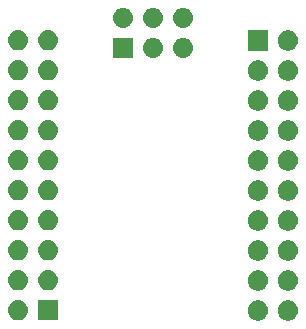
<source format=gbr>
G04 #@! TF.GenerationSoftware,KiCad,Pcbnew,(5.0.2)-1*
G04 #@! TF.CreationDate,2019-09-12T21:25:24+02:00*
G04 #@! TF.ProjectId,Jlink_power_supply,4a6c696e-6b5f-4706-9f77-65725f737570,rev?*
G04 #@! TF.SameCoordinates,Original*
G04 #@! TF.FileFunction,Soldermask,Bot*
G04 #@! TF.FilePolarity,Negative*
%FSLAX46Y46*%
G04 Gerber Fmt 4.6, Leading zero omitted, Abs format (unit mm)*
G04 Created by KiCad (PCBNEW (5.0.2)-1) date 2019-09-12 21:25:24*
%MOMM*%
%LPD*%
G01*
G04 APERTURE LIST*
%ADD10C,0.100000*%
G04 APERTURE END LIST*
D10*
G36*
X139784712Y-118520565D02*
X139869295Y-118528896D01*
X139989727Y-118565429D01*
X140032088Y-118578279D01*
X140182112Y-118658468D01*
X140313612Y-118766388D01*
X140421532Y-118897888D01*
X140501721Y-119047912D01*
X140501722Y-119047916D01*
X140551104Y-119210705D01*
X140567778Y-119380000D01*
X140551104Y-119549295D01*
X140514571Y-119669727D01*
X140501721Y-119712088D01*
X140421532Y-119862112D01*
X140313612Y-119993612D01*
X140182112Y-120101532D01*
X140032088Y-120181721D01*
X139989727Y-120194571D01*
X139869295Y-120231104D01*
X139784712Y-120239435D01*
X139742421Y-120243600D01*
X139657579Y-120243600D01*
X139615288Y-120239435D01*
X139530705Y-120231104D01*
X139410273Y-120194571D01*
X139367912Y-120181721D01*
X139217888Y-120101532D01*
X139086388Y-119993612D01*
X138978468Y-119862112D01*
X138898279Y-119712088D01*
X138885429Y-119669727D01*
X138848896Y-119549295D01*
X138832222Y-119380000D01*
X138848896Y-119210705D01*
X138898278Y-119047916D01*
X138898279Y-119047912D01*
X138978468Y-118897888D01*
X139086388Y-118766388D01*
X139217888Y-118658468D01*
X139367912Y-118578279D01*
X139410273Y-118565429D01*
X139530705Y-118528896D01*
X139615288Y-118520565D01*
X139657579Y-118516400D01*
X139742421Y-118516400D01*
X139784712Y-118520565D01*
X139784712Y-118520565D01*
G37*
G36*
X137244712Y-118520565D02*
X137329295Y-118528896D01*
X137449727Y-118565429D01*
X137492088Y-118578279D01*
X137642112Y-118658468D01*
X137773612Y-118766388D01*
X137881532Y-118897888D01*
X137961721Y-119047912D01*
X137961722Y-119047916D01*
X138011104Y-119210705D01*
X138027778Y-119380000D01*
X138011104Y-119549295D01*
X137974571Y-119669727D01*
X137961721Y-119712088D01*
X137881532Y-119862112D01*
X137773612Y-119993612D01*
X137642112Y-120101532D01*
X137492088Y-120181721D01*
X137449727Y-120194571D01*
X137329295Y-120231104D01*
X137244712Y-120239435D01*
X137202421Y-120243600D01*
X137117579Y-120243600D01*
X137075288Y-120239435D01*
X136990705Y-120231104D01*
X136870273Y-120194571D01*
X136827912Y-120181721D01*
X136677888Y-120101532D01*
X136546388Y-119993612D01*
X136438468Y-119862112D01*
X136358279Y-119712088D01*
X136345429Y-119669727D01*
X136308896Y-119549295D01*
X136292222Y-119380000D01*
X136308896Y-119210705D01*
X136358278Y-119047916D01*
X136358279Y-119047912D01*
X136438468Y-118897888D01*
X136546388Y-118766388D01*
X136677888Y-118658468D01*
X136827912Y-118578279D01*
X136870273Y-118565429D01*
X136990705Y-118528896D01*
X137075288Y-118520565D01*
X137117579Y-118516400D01*
X137202421Y-118516400D01*
X137244712Y-118520565D01*
X137244712Y-118520565D01*
G37*
G36*
X117006630Y-118542299D02*
X117166855Y-118590903D01*
X117314520Y-118669831D01*
X117443949Y-118776051D01*
X117550169Y-118905480D01*
X117629097Y-119053145D01*
X117677701Y-119213370D01*
X117694112Y-119380000D01*
X117677701Y-119546630D01*
X117629097Y-119706855D01*
X117550169Y-119854520D01*
X117443949Y-119983949D01*
X117314520Y-120090169D01*
X117166855Y-120169097D01*
X117006630Y-120217701D01*
X116881752Y-120230000D01*
X116798248Y-120230000D01*
X116673370Y-120217701D01*
X116513145Y-120169097D01*
X116365480Y-120090169D01*
X116236051Y-119983949D01*
X116129831Y-119854520D01*
X116050903Y-119706855D01*
X116002299Y-119546630D01*
X115985888Y-119380000D01*
X116002299Y-119213370D01*
X116050903Y-119053145D01*
X116129831Y-118905480D01*
X116236051Y-118776051D01*
X116365480Y-118669831D01*
X116513145Y-118590903D01*
X116673370Y-118542299D01*
X116798248Y-118530000D01*
X116881752Y-118530000D01*
X117006630Y-118542299D01*
X117006630Y-118542299D01*
G37*
G36*
X120230000Y-120230000D02*
X118530000Y-120230000D01*
X118530000Y-118530000D01*
X120230000Y-118530000D01*
X120230000Y-120230000D01*
X120230000Y-120230000D01*
G37*
G36*
X137244712Y-115980565D02*
X137329295Y-115988896D01*
X137449727Y-116025429D01*
X137492088Y-116038279D01*
X137642112Y-116118468D01*
X137773612Y-116226388D01*
X137881532Y-116357888D01*
X137961721Y-116507912D01*
X137961722Y-116507916D01*
X138011104Y-116670705D01*
X138027778Y-116840000D01*
X138011104Y-117009295D01*
X137974571Y-117129727D01*
X137961721Y-117172088D01*
X137881532Y-117322112D01*
X137773612Y-117453612D01*
X137642112Y-117561532D01*
X137492088Y-117641721D01*
X137449727Y-117654571D01*
X137329295Y-117691104D01*
X137244712Y-117699435D01*
X137202421Y-117703600D01*
X137117579Y-117703600D01*
X137075288Y-117699435D01*
X136990705Y-117691104D01*
X136870273Y-117654571D01*
X136827912Y-117641721D01*
X136677888Y-117561532D01*
X136546388Y-117453612D01*
X136438468Y-117322112D01*
X136358279Y-117172088D01*
X136345429Y-117129727D01*
X136308896Y-117009295D01*
X136292222Y-116840000D01*
X136308896Y-116670705D01*
X136358278Y-116507916D01*
X136358279Y-116507912D01*
X136438468Y-116357888D01*
X136546388Y-116226388D01*
X136677888Y-116118468D01*
X136827912Y-116038279D01*
X136870273Y-116025429D01*
X136990705Y-115988896D01*
X137075288Y-115980565D01*
X137117579Y-115976400D01*
X137202421Y-115976400D01*
X137244712Y-115980565D01*
X137244712Y-115980565D01*
G37*
G36*
X139784712Y-115980565D02*
X139869295Y-115988896D01*
X139989727Y-116025429D01*
X140032088Y-116038279D01*
X140182112Y-116118468D01*
X140313612Y-116226388D01*
X140421532Y-116357888D01*
X140501721Y-116507912D01*
X140501722Y-116507916D01*
X140551104Y-116670705D01*
X140567778Y-116840000D01*
X140551104Y-117009295D01*
X140514571Y-117129727D01*
X140501721Y-117172088D01*
X140421532Y-117322112D01*
X140313612Y-117453612D01*
X140182112Y-117561532D01*
X140032088Y-117641721D01*
X139989727Y-117654571D01*
X139869295Y-117691104D01*
X139784712Y-117699435D01*
X139742421Y-117703600D01*
X139657579Y-117703600D01*
X139615288Y-117699435D01*
X139530705Y-117691104D01*
X139410273Y-117654571D01*
X139367912Y-117641721D01*
X139217888Y-117561532D01*
X139086388Y-117453612D01*
X138978468Y-117322112D01*
X138898279Y-117172088D01*
X138885429Y-117129727D01*
X138848896Y-117009295D01*
X138832222Y-116840000D01*
X138848896Y-116670705D01*
X138898278Y-116507916D01*
X138898279Y-116507912D01*
X138978468Y-116357888D01*
X139086388Y-116226388D01*
X139217888Y-116118468D01*
X139367912Y-116038279D01*
X139410273Y-116025429D01*
X139530705Y-115988896D01*
X139615288Y-115980565D01*
X139657579Y-115976400D01*
X139742421Y-115976400D01*
X139784712Y-115980565D01*
X139784712Y-115980565D01*
G37*
G36*
X117006630Y-116002299D02*
X117166855Y-116050903D01*
X117314520Y-116129831D01*
X117443949Y-116236051D01*
X117550169Y-116365480D01*
X117629097Y-116513145D01*
X117677701Y-116673370D01*
X117694112Y-116840000D01*
X117677701Y-117006630D01*
X117629097Y-117166855D01*
X117550169Y-117314520D01*
X117443949Y-117443949D01*
X117314520Y-117550169D01*
X117166855Y-117629097D01*
X117006630Y-117677701D01*
X116881752Y-117690000D01*
X116798248Y-117690000D01*
X116673370Y-117677701D01*
X116513145Y-117629097D01*
X116365480Y-117550169D01*
X116236051Y-117443949D01*
X116129831Y-117314520D01*
X116050903Y-117166855D01*
X116002299Y-117006630D01*
X115985888Y-116840000D01*
X116002299Y-116673370D01*
X116050903Y-116513145D01*
X116129831Y-116365480D01*
X116236051Y-116236051D01*
X116365480Y-116129831D01*
X116513145Y-116050903D01*
X116673370Y-116002299D01*
X116798248Y-115990000D01*
X116881752Y-115990000D01*
X117006630Y-116002299D01*
X117006630Y-116002299D01*
G37*
G36*
X119546630Y-116002299D02*
X119706855Y-116050903D01*
X119854520Y-116129831D01*
X119983949Y-116236051D01*
X120090169Y-116365480D01*
X120169097Y-116513145D01*
X120217701Y-116673370D01*
X120234112Y-116840000D01*
X120217701Y-117006630D01*
X120169097Y-117166855D01*
X120090169Y-117314520D01*
X119983949Y-117443949D01*
X119854520Y-117550169D01*
X119706855Y-117629097D01*
X119546630Y-117677701D01*
X119421752Y-117690000D01*
X119338248Y-117690000D01*
X119213370Y-117677701D01*
X119053145Y-117629097D01*
X118905480Y-117550169D01*
X118776051Y-117443949D01*
X118669831Y-117314520D01*
X118590903Y-117166855D01*
X118542299Y-117006630D01*
X118525888Y-116840000D01*
X118542299Y-116673370D01*
X118590903Y-116513145D01*
X118669831Y-116365480D01*
X118776051Y-116236051D01*
X118905480Y-116129831D01*
X119053145Y-116050903D01*
X119213370Y-116002299D01*
X119338248Y-115990000D01*
X119421752Y-115990000D01*
X119546630Y-116002299D01*
X119546630Y-116002299D01*
G37*
G36*
X137244712Y-113440565D02*
X137329295Y-113448896D01*
X137449727Y-113485429D01*
X137492088Y-113498279D01*
X137642112Y-113578468D01*
X137773612Y-113686388D01*
X137881532Y-113817888D01*
X137961721Y-113967912D01*
X137961722Y-113967916D01*
X138011104Y-114130705D01*
X138027778Y-114300000D01*
X138011104Y-114469295D01*
X137974571Y-114589727D01*
X137961721Y-114632088D01*
X137881532Y-114782112D01*
X137773612Y-114913612D01*
X137642112Y-115021532D01*
X137492088Y-115101721D01*
X137449727Y-115114571D01*
X137329295Y-115151104D01*
X137244712Y-115159435D01*
X137202421Y-115163600D01*
X137117579Y-115163600D01*
X137075288Y-115159435D01*
X136990705Y-115151104D01*
X136870273Y-115114571D01*
X136827912Y-115101721D01*
X136677888Y-115021532D01*
X136546388Y-114913612D01*
X136438468Y-114782112D01*
X136358279Y-114632088D01*
X136345429Y-114589727D01*
X136308896Y-114469295D01*
X136292222Y-114300000D01*
X136308896Y-114130705D01*
X136358278Y-113967916D01*
X136358279Y-113967912D01*
X136438468Y-113817888D01*
X136546388Y-113686388D01*
X136677888Y-113578468D01*
X136827912Y-113498279D01*
X136870273Y-113485429D01*
X136990705Y-113448896D01*
X137075288Y-113440565D01*
X137117579Y-113436400D01*
X137202421Y-113436400D01*
X137244712Y-113440565D01*
X137244712Y-113440565D01*
G37*
G36*
X139784712Y-113440565D02*
X139869295Y-113448896D01*
X139989727Y-113485429D01*
X140032088Y-113498279D01*
X140182112Y-113578468D01*
X140313612Y-113686388D01*
X140421532Y-113817888D01*
X140501721Y-113967912D01*
X140501722Y-113967916D01*
X140551104Y-114130705D01*
X140567778Y-114300000D01*
X140551104Y-114469295D01*
X140514571Y-114589727D01*
X140501721Y-114632088D01*
X140421532Y-114782112D01*
X140313612Y-114913612D01*
X140182112Y-115021532D01*
X140032088Y-115101721D01*
X139989727Y-115114571D01*
X139869295Y-115151104D01*
X139784712Y-115159435D01*
X139742421Y-115163600D01*
X139657579Y-115163600D01*
X139615288Y-115159435D01*
X139530705Y-115151104D01*
X139410273Y-115114571D01*
X139367912Y-115101721D01*
X139217888Y-115021532D01*
X139086388Y-114913612D01*
X138978468Y-114782112D01*
X138898279Y-114632088D01*
X138885429Y-114589727D01*
X138848896Y-114469295D01*
X138832222Y-114300000D01*
X138848896Y-114130705D01*
X138898278Y-113967916D01*
X138898279Y-113967912D01*
X138978468Y-113817888D01*
X139086388Y-113686388D01*
X139217888Y-113578468D01*
X139367912Y-113498279D01*
X139410273Y-113485429D01*
X139530705Y-113448896D01*
X139615288Y-113440565D01*
X139657579Y-113436400D01*
X139742421Y-113436400D01*
X139784712Y-113440565D01*
X139784712Y-113440565D01*
G37*
G36*
X117006630Y-113462299D02*
X117166855Y-113510903D01*
X117314520Y-113589831D01*
X117443949Y-113696051D01*
X117550169Y-113825480D01*
X117629097Y-113973145D01*
X117677701Y-114133370D01*
X117694112Y-114300000D01*
X117677701Y-114466630D01*
X117629097Y-114626855D01*
X117550169Y-114774520D01*
X117443949Y-114903949D01*
X117314520Y-115010169D01*
X117166855Y-115089097D01*
X117006630Y-115137701D01*
X116881752Y-115150000D01*
X116798248Y-115150000D01*
X116673370Y-115137701D01*
X116513145Y-115089097D01*
X116365480Y-115010169D01*
X116236051Y-114903949D01*
X116129831Y-114774520D01*
X116050903Y-114626855D01*
X116002299Y-114466630D01*
X115985888Y-114300000D01*
X116002299Y-114133370D01*
X116050903Y-113973145D01*
X116129831Y-113825480D01*
X116236051Y-113696051D01*
X116365480Y-113589831D01*
X116513145Y-113510903D01*
X116673370Y-113462299D01*
X116798248Y-113450000D01*
X116881752Y-113450000D01*
X117006630Y-113462299D01*
X117006630Y-113462299D01*
G37*
G36*
X119546630Y-113462299D02*
X119706855Y-113510903D01*
X119854520Y-113589831D01*
X119983949Y-113696051D01*
X120090169Y-113825480D01*
X120169097Y-113973145D01*
X120217701Y-114133370D01*
X120234112Y-114300000D01*
X120217701Y-114466630D01*
X120169097Y-114626855D01*
X120090169Y-114774520D01*
X119983949Y-114903949D01*
X119854520Y-115010169D01*
X119706855Y-115089097D01*
X119546630Y-115137701D01*
X119421752Y-115150000D01*
X119338248Y-115150000D01*
X119213370Y-115137701D01*
X119053145Y-115089097D01*
X118905480Y-115010169D01*
X118776051Y-114903949D01*
X118669831Y-114774520D01*
X118590903Y-114626855D01*
X118542299Y-114466630D01*
X118525888Y-114300000D01*
X118542299Y-114133370D01*
X118590903Y-113973145D01*
X118669831Y-113825480D01*
X118776051Y-113696051D01*
X118905480Y-113589831D01*
X119053145Y-113510903D01*
X119213370Y-113462299D01*
X119338248Y-113450000D01*
X119421752Y-113450000D01*
X119546630Y-113462299D01*
X119546630Y-113462299D01*
G37*
G36*
X137244712Y-110900565D02*
X137329295Y-110908896D01*
X137449727Y-110945429D01*
X137492088Y-110958279D01*
X137642112Y-111038468D01*
X137773612Y-111146388D01*
X137881532Y-111277888D01*
X137961721Y-111427912D01*
X137961722Y-111427916D01*
X138011104Y-111590705D01*
X138027778Y-111760000D01*
X138011104Y-111929295D01*
X137974571Y-112049727D01*
X137961721Y-112092088D01*
X137881532Y-112242112D01*
X137773612Y-112373612D01*
X137642112Y-112481532D01*
X137492088Y-112561721D01*
X137449727Y-112574571D01*
X137329295Y-112611104D01*
X137244712Y-112619435D01*
X137202421Y-112623600D01*
X137117579Y-112623600D01*
X137075288Y-112619435D01*
X136990705Y-112611104D01*
X136870273Y-112574571D01*
X136827912Y-112561721D01*
X136677888Y-112481532D01*
X136546388Y-112373612D01*
X136438468Y-112242112D01*
X136358279Y-112092088D01*
X136345429Y-112049727D01*
X136308896Y-111929295D01*
X136292222Y-111760000D01*
X136308896Y-111590705D01*
X136358278Y-111427916D01*
X136358279Y-111427912D01*
X136438468Y-111277888D01*
X136546388Y-111146388D01*
X136677888Y-111038468D01*
X136827912Y-110958279D01*
X136870273Y-110945429D01*
X136990705Y-110908896D01*
X137075288Y-110900565D01*
X137117579Y-110896400D01*
X137202421Y-110896400D01*
X137244712Y-110900565D01*
X137244712Y-110900565D01*
G37*
G36*
X139784712Y-110900565D02*
X139869295Y-110908896D01*
X139989727Y-110945429D01*
X140032088Y-110958279D01*
X140182112Y-111038468D01*
X140313612Y-111146388D01*
X140421532Y-111277888D01*
X140501721Y-111427912D01*
X140501722Y-111427916D01*
X140551104Y-111590705D01*
X140567778Y-111760000D01*
X140551104Y-111929295D01*
X140514571Y-112049727D01*
X140501721Y-112092088D01*
X140421532Y-112242112D01*
X140313612Y-112373612D01*
X140182112Y-112481532D01*
X140032088Y-112561721D01*
X139989727Y-112574571D01*
X139869295Y-112611104D01*
X139784712Y-112619435D01*
X139742421Y-112623600D01*
X139657579Y-112623600D01*
X139615288Y-112619435D01*
X139530705Y-112611104D01*
X139410273Y-112574571D01*
X139367912Y-112561721D01*
X139217888Y-112481532D01*
X139086388Y-112373612D01*
X138978468Y-112242112D01*
X138898279Y-112092088D01*
X138885429Y-112049727D01*
X138848896Y-111929295D01*
X138832222Y-111760000D01*
X138848896Y-111590705D01*
X138898278Y-111427916D01*
X138898279Y-111427912D01*
X138978468Y-111277888D01*
X139086388Y-111146388D01*
X139217888Y-111038468D01*
X139367912Y-110958279D01*
X139410273Y-110945429D01*
X139530705Y-110908896D01*
X139615288Y-110900565D01*
X139657579Y-110896400D01*
X139742421Y-110896400D01*
X139784712Y-110900565D01*
X139784712Y-110900565D01*
G37*
G36*
X119546630Y-110922299D02*
X119706855Y-110970903D01*
X119854520Y-111049831D01*
X119983949Y-111156051D01*
X120090169Y-111285480D01*
X120169097Y-111433145D01*
X120217701Y-111593370D01*
X120234112Y-111760000D01*
X120217701Y-111926630D01*
X120169097Y-112086855D01*
X120090169Y-112234520D01*
X119983949Y-112363949D01*
X119854520Y-112470169D01*
X119706855Y-112549097D01*
X119546630Y-112597701D01*
X119421752Y-112610000D01*
X119338248Y-112610000D01*
X119213370Y-112597701D01*
X119053145Y-112549097D01*
X118905480Y-112470169D01*
X118776051Y-112363949D01*
X118669831Y-112234520D01*
X118590903Y-112086855D01*
X118542299Y-111926630D01*
X118525888Y-111760000D01*
X118542299Y-111593370D01*
X118590903Y-111433145D01*
X118669831Y-111285480D01*
X118776051Y-111156051D01*
X118905480Y-111049831D01*
X119053145Y-110970903D01*
X119213370Y-110922299D01*
X119338248Y-110910000D01*
X119421752Y-110910000D01*
X119546630Y-110922299D01*
X119546630Y-110922299D01*
G37*
G36*
X117006630Y-110922299D02*
X117166855Y-110970903D01*
X117314520Y-111049831D01*
X117443949Y-111156051D01*
X117550169Y-111285480D01*
X117629097Y-111433145D01*
X117677701Y-111593370D01*
X117694112Y-111760000D01*
X117677701Y-111926630D01*
X117629097Y-112086855D01*
X117550169Y-112234520D01*
X117443949Y-112363949D01*
X117314520Y-112470169D01*
X117166855Y-112549097D01*
X117006630Y-112597701D01*
X116881752Y-112610000D01*
X116798248Y-112610000D01*
X116673370Y-112597701D01*
X116513145Y-112549097D01*
X116365480Y-112470169D01*
X116236051Y-112363949D01*
X116129831Y-112234520D01*
X116050903Y-112086855D01*
X116002299Y-111926630D01*
X115985888Y-111760000D01*
X116002299Y-111593370D01*
X116050903Y-111433145D01*
X116129831Y-111285480D01*
X116236051Y-111156051D01*
X116365480Y-111049831D01*
X116513145Y-110970903D01*
X116673370Y-110922299D01*
X116798248Y-110910000D01*
X116881752Y-110910000D01*
X117006630Y-110922299D01*
X117006630Y-110922299D01*
G37*
G36*
X139784712Y-108360565D02*
X139869295Y-108368896D01*
X139989727Y-108405429D01*
X140032088Y-108418279D01*
X140182112Y-108498468D01*
X140313612Y-108606388D01*
X140421532Y-108737888D01*
X140501721Y-108887912D01*
X140501722Y-108887916D01*
X140551104Y-109050705D01*
X140567778Y-109220000D01*
X140551104Y-109389295D01*
X140514571Y-109509727D01*
X140501721Y-109552088D01*
X140421532Y-109702112D01*
X140313612Y-109833612D01*
X140182112Y-109941532D01*
X140032088Y-110021721D01*
X139989727Y-110034571D01*
X139869295Y-110071104D01*
X139784712Y-110079435D01*
X139742421Y-110083600D01*
X139657579Y-110083600D01*
X139615288Y-110079435D01*
X139530705Y-110071104D01*
X139410273Y-110034571D01*
X139367912Y-110021721D01*
X139217888Y-109941532D01*
X139086388Y-109833612D01*
X138978468Y-109702112D01*
X138898279Y-109552088D01*
X138885429Y-109509727D01*
X138848896Y-109389295D01*
X138832222Y-109220000D01*
X138848896Y-109050705D01*
X138898278Y-108887916D01*
X138898279Y-108887912D01*
X138978468Y-108737888D01*
X139086388Y-108606388D01*
X139217888Y-108498468D01*
X139367912Y-108418279D01*
X139410273Y-108405429D01*
X139530705Y-108368896D01*
X139615288Y-108360565D01*
X139657579Y-108356400D01*
X139742421Y-108356400D01*
X139784712Y-108360565D01*
X139784712Y-108360565D01*
G37*
G36*
X137244712Y-108360565D02*
X137329295Y-108368896D01*
X137449727Y-108405429D01*
X137492088Y-108418279D01*
X137642112Y-108498468D01*
X137773612Y-108606388D01*
X137881532Y-108737888D01*
X137961721Y-108887912D01*
X137961722Y-108887916D01*
X138011104Y-109050705D01*
X138027778Y-109220000D01*
X138011104Y-109389295D01*
X137974571Y-109509727D01*
X137961721Y-109552088D01*
X137881532Y-109702112D01*
X137773612Y-109833612D01*
X137642112Y-109941532D01*
X137492088Y-110021721D01*
X137449727Y-110034571D01*
X137329295Y-110071104D01*
X137244712Y-110079435D01*
X137202421Y-110083600D01*
X137117579Y-110083600D01*
X137075288Y-110079435D01*
X136990705Y-110071104D01*
X136870273Y-110034571D01*
X136827912Y-110021721D01*
X136677888Y-109941532D01*
X136546388Y-109833612D01*
X136438468Y-109702112D01*
X136358279Y-109552088D01*
X136345429Y-109509727D01*
X136308896Y-109389295D01*
X136292222Y-109220000D01*
X136308896Y-109050705D01*
X136358278Y-108887916D01*
X136358279Y-108887912D01*
X136438468Y-108737888D01*
X136546388Y-108606388D01*
X136677888Y-108498468D01*
X136827912Y-108418279D01*
X136870273Y-108405429D01*
X136990705Y-108368896D01*
X137075288Y-108360565D01*
X137117579Y-108356400D01*
X137202421Y-108356400D01*
X137244712Y-108360565D01*
X137244712Y-108360565D01*
G37*
G36*
X117006630Y-108382299D02*
X117166855Y-108430903D01*
X117314520Y-108509831D01*
X117443949Y-108616051D01*
X117550169Y-108745480D01*
X117629097Y-108893145D01*
X117677701Y-109053370D01*
X117694112Y-109220000D01*
X117677701Y-109386630D01*
X117629097Y-109546855D01*
X117550169Y-109694520D01*
X117443949Y-109823949D01*
X117314520Y-109930169D01*
X117166855Y-110009097D01*
X117006630Y-110057701D01*
X116881752Y-110070000D01*
X116798248Y-110070000D01*
X116673370Y-110057701D01*
X116513145Y-110009097D01*
X116365480Y-109930169D01*
X116236051Y-109823949D01*
X116129831Y-109694520D01*
X116050903Y-109546855D01*
X116002299Y-109386630D01*
X115985888Y-109220000D01*
X116002299Y-109053370D01*
X116050903Y-108893145D01*
X116129831Y-108745480D01*
X116236051Y-108616051D01*
X116365480Y-108509831D01*
X116513145Y-108430903D01*
X116673370Y-108382299D01*
X116798248Y-108370000D01*
X116881752Y-108370000D01*
X117006630Y-108382299D01*
X117006630Y-108382299D01*
G37*
G36*
X119546630Y-108382299D02*
X119706855Y-108430903D01*
X119854520Y-108509831D01*
X119983949Y-108616051D01*
X120090169Y-108745480D01*
X120169097Y-108893145D01*
X120217701Y-109053370D01*
X120234112Y-109220000D01*
X120217701Y-109386630D01*
X120169097Y-109546855D01*
X120090169Y-109694520D01*
X119983949Y-109823949D01*
X119854520Y-109930169D01*
X119706855Y-110009097D01*
X119546630Y-110057701D01*
X119421752Y-110070000D01*
X119338248Y-110070000D01*
X119213370Y-110057701D01*
X119053145Y-110009097D01*
X118905480Y-109930169D01*
X118776051Y-109823949D01*
X118669831Y-109694520D01*
X118590903Y-109546855D01*
X118542299Y-109386630D01*
X118525888Y-109220000D01*
X118542299Y-109053370D01*
X118590903Y-108893145D01*
X118669831Y-108745480D01*
X118776051Y-108616051D01*
X118905480Y-108509831D01*
X119053145Y-108430903D01*
X119213370Y-108382299D01*
X119338248Y-108370000D01*
X119421752Y-108370000D01*
X119546630Y-108382299D01*
X119546630Y-108382299D01*
G37*
G36*
X139784712Y-105820565D02*
X139869295Y-105828896D01*
X139989727Y-105865429D01*
X140032088Y-105878279D01*
X140182112Y-105958468D01*
X140313612Y-106066388D01*
X140421532Y-106197888D01*
X140501721Y-106347912D01*
X140501722Y-106347916D01*
X140551104Y-106510705D01*
X140567778Y-106680000D01*
X140551104Y-106849295D01*
X140514571Y-106969727D01*
X140501721Y-107012088D01*
X140421532Y-107162112D01*
X140313612Y-107293612D01*
X140182112Y-107401532D01*
X140032088Y-107481721D01*
X139989727Y-107494571D01*
X139869295Y-107531104D01*
X139784712Y-107539435D01*
X139742421Y-107543600D01*
X139657579Y-107543600D01*
X139615288Y-107539435D01*
X139530705Y-107531104D01*
X139410273Y-107494571D01*
X139367912Y-107481721D01*
X139217888Y-107401532D01*
X139086388Y-107293612D01*
X138978468Y-107162112D01*
X138898279Y-107012088D01*
X138885429Y-106969727D01*
X138848896Y-106849295D01*
X138832222Y-106680000D01*
X138848896Y-106510705D01*
X138898278Y-106347916D01*
X138898279Y-106347912D01*
X138978468Y-106197888D01*
X139086388Y-106066388D01*
X139217888Y-105958468D01*
X139367912Y-105878279D01*
X139410273Y-105865429D01*
X139530705Y-105828896D01*
X139615288Y-105820565D01*
X139657579Y-105816400D01*
X139742421Y-105816400D01*
X139784712Y-105820565D01*
X139784712Y-105820565D01*
G37*
G36*
X137244712Y-105820565D02*
X137329295Y-105828896D01*
X137449727Y-105865429D01*
X137492088Y-105878279D01*
X137642112Y-105958468D01*
X137773612Y-106066388D01*
X137881532Y-106197888D01*
X137961721Y-106347912D01*
X137961722Y-106347916D01*
X138011104Y-106510705D01*
X138027778Y-106680000D01*
X138011104Y-106849295D01*
X137974571Y-106969727D01*
X137961721Y-107012088D01*
X137881532Y-107162112D01*
X137773612Y-107293612D01*
X137642112Y-107401532D01*
X137492088Y-107481721D01*
X137449727Y-107494571D01*
X137329295Y-107531104D01*
X137244712Y-107539435D01*
X137202421Y-107543600D01*
X137117579Y-107543600D01*
X137075288Y-107539435D01*
X136990705Y-107531104D01*
X136870273Y-107494571D01*
X136827912Y-107481721D01*
X136677888Y-107401532D01*
X136546388Y-107293612D01*
X136438468Y-107162112D01*
X136358279Y-107012088D01*
X136345429Y-106969727D01*
X136308896Y-106849295D01*
X136292222Y-106680000D01*
X136308896Y-106510705D01*
X136358278Y-106347916D01*
X136358279Y-106347912D01*
X136438468Y-106197888D01*
X136546388Y-106066388D01*
X136677888Y-105958468D01*
X136827912Y-105878279D01*
X136870273Y-105865429D01*
X136990705Y-105828896D01*
X137075288Y-105820565D01*
X137117579Y-105816400D01*
X137202421Y-105816400D01*
X137244712Y-105820565D01*
X137244712Y-105820565D01*
G37*
G36*
X119546630Y-105842299D02*
X119706855Y-105890903D01*
X119854520Y-105969831D01*
X119983949Y-106076051D01*
X120090169Y-106205480D01*
X120169097Y-106353145D01*
X120217701Y-106513370D01*
X120234112Y-106680000D01*
X120217701Y-106846630D01*
X120169097Y-107006855D01*
X120090169Y-107154520D01*
X119983949Y-107283949D01*
X119854520Y-107390169D01*
X119706855Y-107469097D01*
X119546630Y-107517701D01*
X119421752Y-107530000D01*
X119338248Y-107530000D01*
X119213370Y-107517701D01*
X119053145Y-107469097D01*
X118905480Y-107390169D01*
X118776051Y-107283949D01*
X118669831Y-107154520D01*
X118590903Y-107006855D01*
X118542299Y-106846630D01*
X118525888Y-106680000D01*
X118542299Y-106513370D01*
X118590903Y-106353145D01*
X118669831Y-106205480D01*
X118776051Y-106076051D01*
X118905480Y-105969831D01*
X119053145Y-105890903D01*
X119213370Y-105842299D01*
X119338248Y-105830000D01*
X119421752Y-105830000D01*
X119546630Y-105842299D01*
X119546630Y-105842299D01*
G37*
G36*
X117006630Y-105842299D02*
X117166855Y-105890903D01*
X117314520Y-105969831D01*
X117443949Y-106076051D01*
X117550169Y-106205480D01*
X117629097Y-106353145D01*
X117677701Y-106513370D01*
X117694112Y-106680000D01*
X117677701Y-106846630D01*
X117629097Y-107006855D01*
X117550169Y-107154520D01*
X117443949Y-107283949D01*
X117314520Y-107390169D01*
X117166855Y-107469097D01*
X117006630Y-107517701D01*
X116881752Y-107530000D01*
X116798248Y-107530000D01*
X116673370Y-107517701D01*
X116513145Y-107469097D01*
X116365480Y-107390169D01*
X116236051Y-107283949D01*
X116129831Y-107154520D01*
X116050903Y-107006855D01*
X116002299Y-106846630D01*
X115985888Y-106680000D01*
X116002299Y-106513370D01*
X116050903Y-106353145D01*
X116129831Y-106205480D01*
X116236051Y-106076051D01*
X116365480Y-105969831D01*
X116513145Y-105890903D01*
X116673370Y-105842299D01*
X116798248Y-105830000D01*
X116881752Y-105830000D01*
X117006630Y-105842299D01*
X117006630Y-105842299D01*
G37*
G36*
X139784712Y-103280565D02*
X139869295Y-103288896D01*
X139989727Y-103325429D01*
X140032088Y-103338279D01*
X140182112Y-103418468D01*
X140313612Y-103526388D01*
X140421532Y-103657888D01*
X140501721Y-103807912D01*
X140501722Y-103807916D01*
X140551104Y-103970705D01*
X140567778Y-104140000D01*
X140551104Y-104309295D01*
X140514571Y-104429727D01*
X140501721Y-104472088D01*
X140421532Y-104622112D01*
X140313612Y-104753612D01*
X140182112Y-104861532D01*
X140032088Y-104941721D01*
X139989727Y-104954571D01*
X139869295Y-104991104D01*
X139784712Y-104999435D01*
X139742421Y-105003600D01*
X139657579Y-105003600D01*
X139615288Y-104999435D01*
X139530705Y-104991104D01*
X139410273Y-104954571D01*
X139367912Y-104941721D01*
X139217888Y-104861532D01*
X139086388Y-104753612D01*
X138978468Y-104622112D01*
X138898279Y-104472088D01*
X138885429Y-104429727D01*
X138848896Y-104309295D01*
X138832222Y-104140000D01*
X138848896Y-103970705D01*
X138898278Y-103807916D01*
X138898279Y-103807912D01*
X138978468Y-103657888D01*
X139086388Y-103526388D01*
X139217888Y-103418468D01*
X139367912Y-103338279D01*
X139410273Y-103325429D01*
X139530705Y-103288896D01*
X139615288Y-103280565D01*
X139657579Y-103276400D01*
X139742421Y-103276400D01*
X139784712Y-103280565D01*
X139784712Y-103280565D01*
G37*
G36*
X137244712Y-103280565D02*
X137329295Y-103288896D01*
X137449727Y-103325429D01*
X137492088Y-103338279D01*
X137642112Y-103418468D01*
X137773612Y-103526388D01*
X137881532Y-103657888D01*
X137961721Y-103807912D01*
X137961722Y-103807916D01*
X138011104Y-103970705D01*
X138027778Y-104140000D01*
X138011104Y-104309295D01*
X137974571Y-104429727D01*
X137961721Y-104472088D01*
X137881532Y-104622112D01*
X137773612Y-104753612D01*
X137642112Y-104861532D01*
X137492088Y-104941721D01*
X137449727Y-104954571D01*
X137329295Y-104991104D01*
X137244712Y-104999435D01*
X137202421Y-105003600D01*
X137117579Y-105003600D01*
X137075288Y-104999435D01*
X136990705Y-104991104D01*
X136870273Y-104954571D01*
X136827912Y-104941721D01*
X136677888Y-104861532D01*
X136546388Y-104753612D01*
X136438468Y-104622112D01*
X136358279Y-104472088D01*
X136345429Y-104429727D01*
X136308896Y-104309295D01*
X136292222Y-104140000D01*
X136308896Y-103970705D01*
X136358278Y-103807916D01*
X136358279Y-103807912D01*
X136438468Y-103657888D01*
X136546388Y-103526388D01*
X136677888Y-103418468D01*
X136827912Y-103338279D01*
X136870273Y-103325429D01*
X136990705Y-103288896D01*
X137075288Y-103280565D01*
X137117579Y-103276400D01*
X137202421Y-103276400D01*
X137244712Y-103280565D01*
X137244712Y-103280565D01*
G37*
G36*
X117006630Y-103302299D02*
X117166855Y-103350903D01*
X117314520Y-103429831D01*
X117443949Y-103536051D01*
X117550169Y-103665480D01*
X117629097Y-103813145D01*
X117677701Y-103973370D01*
X117694112Y-104140000D01*
X117677701Y-104306630D01*
X117629097Y-104466855D01*
X117550169Y-104614520D01*
X117443949Y-104743949D01*
X117314520Y-104850169D01*
X117166855Y-104929097D01*
X117006630Y-104977701D01*
X116881752Y-104990000D01*
X116798248Y-104990000D01*
X116673370Y-104977701D01*
X116513145Y-104929097D01*
X116365480Y-104850169D01*
X116236051Y-104743949D01*
X116129831Y-104614520D01*
X116050903Y-104466855D01*
X116002299Y-104306630D01*
X115985888Y-104140000D01*
X116002299Y-103973370D01*
X116050903Y-103813145D01*
X116129831Y-103665480D01*
X116236051Y-103536051D01*
X116365480Y-103429831D01*
X116513145Y-103350903D01*
X116673370Y-103302299D01*
X116798248Y-103290000D01*
X116881752Y-103290000D01*
X117006630Y-103302299D01*
X117006630Y-103302299D01*
G37*
G36*
X119546630Y-103302299D02*
X119706855Y-103350903D01*
X119854520Y-103429831D01*
X119983949Y-103536051D01*
X120090169Y-103665480D01*
X120169097Y-103813145D01*
X120217701Y-103973370D01*
X120234112Y-104140000D01*
X120217701Y-104306630D01*
X120169097Y-104466855D01*
X120090169Y-104614520D01*
X119983949Y-104743949D01*
X119854520Y-104850169D01*
X119706855Y-104929097D01*
X119546630Y-104977701D01*
X119421752Y-104990000D01*
X119338248Y-104990000D01*
X119213370Y-104977701D01*
X119053145Y-104929097D01*
X118905480Y-104850169D01*
X118776051Y-104743949D01*
X118669831Y-104614520D01*
X118590903Y-104466855D01*
X118542299Y-104306630D01*
X118525888Y-104140000D01*
X118542299Y-103973370D01*
X118590903Y-103813145D01*
X118669831Y-103665480D01*
X118776051Y-103536051D01*
X118905480Y-103429831D01*
X119053145Y-103350903D01*
X119213370Y-103302299D01*
X119338248Y-103290000D01*
X119421752Y-103290000D01*
X119546630Y-103302299D01*
X119546630Y-103302299D01*
G37*
G36*
X137244712Y-100740565D02*
X137329295Y-100748896D01*
X137449727Y-100785429D01*
X137492088Y-100798279D01*
X137642112Y-100878468D01*
X137773612Y-100986388D01*
X137881532Y-101117888D01*
X137961721Y-101267912D01*
X137961722Y-101267916D01*
X138011104Y-101430705D01*
X138027778Y-101600000D01*
X138011104Y-101769295D01*
X137974571Y-101889727D01*
X137961721Y-101932088D01*
X137881532Y-102082112D01*
X137773612Y-102213612D01*
X137642112Y-102321532D01*
X137492088Y-102401721D01*
X137449727Y-102414571D01*
X137329295Y-102451104D01*
X137244712Y-102459435D01*
X137202421Y-102463600D01*
X137117579Y-102463600D01*
X137075288Y-102459435D01*
X136990705Y-102451104D01*
X136870273Y-102414571D01*
X136827912Y-102401721D01*
X136677888Y-102321532D01*
X136546388Y-102213612D01*
X136438468Y-102082112D01*
X136358279Y-101932088D01*
X136345429Y-101889727D01*
X136308896Y-101769295D01*
X136292222Y-101600000D01*
X136308896Y-101430705D01*
X136358278Y-101267916D01*
X136358279Y-101267912D01*
X136438468Y-101117888D01*
X136546388Y-100986388D01*
X136677888Y-100878468D01*
X136827912Y-100798279D01*
X136870273Y-100785429D01*
X136990705Y-100748896D01*
X137075288Y-100740565D01*
X137117579Y-100736400D01*
X137202421Y-100736400D01*
X137244712Y-100740565D01*
X137244712Y-100740565D01*
G37*
G36*
X139784712Y-100740565D02*
X139869295Y-100748896D01*
X139989727Y-100785429D01*
X140032088Y-100798279D01*
X140182112Y-100878468D01*
X140313612Y-100986388D01*
X140421532Y-101117888D01*
X140501721Y-101267912D01*
X140501722Y-101267916D01*
X140551104Y-101430705D01*
X140567778Y-101600000D01*
X140551104Y-101769295D01*
X140514571Y-101889727D01*
X140501721Y-101932088D01*
X140421532Y-102082112D01*
X140313612Y-102213612D01*
X140182112Y-102321532D01*
X140032088Y-102401721D01*
X139989727Y-102414571D01*
X139869295Y-102451104D01*
X139784712Y-102459435D01*
X139742421Y-102463600D01*
X139657579Y-102463600D01*
X139615288Y-102459435D01*
X139530705Y-102451104D01*
X139410273Y-102414571D01*
X139367912Y-102401721D01*
X139217888Y-102321532D01*
X139086388Y-102213612D01*
X138978468Y-102082112D01*
X138898279Y-101932088D01*
X138885429Y-101889727D01*
X138848896Y-101769295D01*
X138832222Y-101600000D01*
X138848896Y-101430705D01*
X138898278Y-101267916D01*
X138898279Y-101267912D01*
X138978468Y-101117888D01*
X139086388Y-100986388D01*
X139217888Y-100878468D01*
X139367912Y-100798279D01*
X139410273Y-100785429D01*
X139530705Y-100748896D01*
X139615288Y-100740565D01*
X139657579Y-100736400D01*
X139742421Y-100736400D01*
X139784712Y-100740565D01*
X139784712Y-100740565D01*
G37*
G36*
X119546630Y-100762299D02*
X119706855Y-100810903D01*
X119854520Y-100889831D01*
X119983949Y-100996051D01*
X120090169Y-101125480D01*
X120169097Y-101273145D01*
X120217701Y-101433370D01*
X120234112Y-101600000D01*
X120217701Y-101766630D01*
X120169097Y-101926855D01*
X120090169Y-102074520D01*
X119983949Y-102203949D01*
X119854520Y-102310169D01*
X119706855Y-102389097D01*
X119546630Y-102437701D01*
X119421752Y-102450000D01*
X119338248Y-102450000D01*
X119213370Y-102437701D01*
X119053145Y-102389097D01*
X118905480Y-102310169D01*
X118776051Y-102203949D01*
X118669831Y-102074520D01*
X118590903Y-101926855D01*
X118542299Y-101766630D01*
X118525888Y-101600000D01*
X118542299Y-101433370D01*
X118590903Y-101273145D01*
X118669831Y-101125480D01*
X118776051Y-100996051D01*
X118905480Y-100889831D01*
X119053145Y-100810903D01*
X119213370Y-100762299D01*
X119338248Y-100750000D01*
X119421752Y-100750000D01*
X119546630Y-100762299D01*
X119546630Y-100762299D01*
G37*
G36*
X117006630Y-100762299D02*
X117166855Y-100810903D01*
X117314520Y-100889831D01*
X117443949Y-100996051D01*
X117550169Y-101125480D01*
X117629097Y-101273145D01*
X117677701Y-101433370D01*
X117694112Y-101600000D01*
X117677701Y-101766630D01*
X117629097Y-101926855D01*
X117550169Y-102074520D01*
X117443949Y-102203949D01*
X117314520Y-102310169D01*
X117166855Y-102389097D01*
X117006630Y-102437701D01*
X116881752Y-102450000D01*
X116798248Y-102450000D01*
X116673370Y-102437701D01*
X116513145Y-102389097D01*
X116365480Y-102310169D01*
X116236051Y-102203949D01*
X116129831Y-102074520D01*
X116050903Y-101926855D01*
X116002299Y-101766630D01*
X115985888Y-101600000D01*
X116002299Y-101433370D01*
X116050903Y-101273145D01*
X116129831Y-101125480D01*
X116236051Y-100996051D01*
X116365480Y-100889831D01*
X116513145Y-100810903D01*
X116673370Y-100762299D01*
X116798248Y-100750000D01*
X116881752Y-100750000D01*
X117006630Y-100762299D01*
X117006630Y-100762299D01*
G37*
G36*
X139784712Y-98200565D02*
X139869295Y-98208896D01*
X139989727Y-98245429D01*
X140032088Y-98258279D01*
X140182112Y-98338468D01*
X140313612Y-98446388D01*
X140421532Y-98577888D01*
X140501721Y-98727912D01*
X140501722Y-98727916D01*
X140551104Y-98890705D01*
X140567778Y-99060000D01*
X140551104Y-99229295D01*
X140514571Y-99349727D01*
X140501721Y-99392088D01*
X140421532Y-99542112D01*
X140313612Y-99673612D01*
X140182112Y-99781532D01*
X140032088Y-99861721D01*
X139989727Y-99874571D01*
X139869295Y-99911104D01*
X139784712Y-99919435D01*
X139742421Y-99923600D01*
X139657579Y-99923600D01*
X139615288Y-99919435D01*
X139530705Y-99911104D01*
X139410273Y-99874571D01*
X139367912Y-99861721D01*
X139217888Y-99781532D01*
X139086388Y-99673612D01*
X138978468Y-99542112D01*
X138898279Y-99392088D01*
X138885429Y-99349727D01*
X138848896Y-99229295D01*
X138832222Y-99060000D01*
X138848896Y-98890705D01*
X138898278Y-98727916D01*
X138898279Y-98727912D01*
X138978468Y-98577888D01*
X139086388Y-98446388D01*
X139217888Y-98338468D01*
X139367912Y-98258279D01*
X139410273Y-98245429D01*
X139530705Y-98208896D01*
X139615288Y-98200565D01*
X139657579Y-98196400D01*
X139742421Y-98196400D01*
X139784712Y-98200565D01*
X139784712Y-98200565D01*
G37*
G36*
X137244712Y-98200565D02*
X137329295Y-98208896D01*
X137449727Y-98245429D01*
X137492088Y-98258279D01*
X137642112Y-98338468D01*
X137773612Y-98446388D01*
X137881532Y-98577888D01*
X137961721Y-98727912D01*
X137961722Y-98727916D01*
X138011104Y-98890705D01*
X138027778Y-99060000D01*
X138011104Y-99229295D01*
X137974571Y-99349727D01*
X137961721Y-99392088D01*
X137881532Y-99542112D01*
X137773612Y-99673612D01*
X137642112Y-99781532D01*
X137492088Y-99861721D01*
X137449727Y-99874571D01*
X137329295Y-99911104D01*
X137244712Y-99919435D01*
X137202421Y-99923600D01*
X137117579Y-99923600D01*
X137075288Y-99919435D01*
X136990705Y-99911104D01*
X136870273Y-99874571D01*
X136827912Y-99861721D01*
X136677888Y-99781532D01*
X136546388Y-99673612D01*
X136438468Y-99542112D01*
X136358279Y-99392088D01*
X136345429Y-99349727D01*
X136308896Y-99229295D01*
X136292222Y-99060000D01*
X136308896Y-98890705D01*
X136358278Y-98727916D01*
X136358279Y-98727912D01*
X136438468Y-98577888D01*
X136546388Y-98446388D01*
X136677888Y-98338468D01*
X136827912Y-98258279D01*
X136870273Y-98245429D01*
X136990705Y-98208896D01*
X137075288Y-98200565D01*
X137117579Y-98196400D01*
X137202421Y-98196400D01*
X137244712Y-98200565D01*
X137244712Y-98200565D01*
G37*
G36*
X117006630Y-98222299D02*
X117166855Y-98270903D01*
X117314520Y-98349831D01*
X117443949Y-98456051D01*
X117550169Y-98585480D01*
X117629097Y-98733145D01*
X117677701Y-98893370D01*
X117694112Y-99060000D01*
X117677701Y-99226630D01*
X117629097Y-99386855D01*
X117550169Y-99534520D01*
X117443949Y-99663949D01*
X117314520Y-99770169D01*
X117166855Y-99849097D01*
X117006630Y-99897701D01*
X116881752Y-99910000D01*
X116798248Y-99910000D01*
X116673370Y-99897701D01*
X116513145Y-99849097D01*
X116365480Y-99770169D01*
X116236051Y-99663949D01*
X116129831Y-99534520D01*
X116050903Y-99386855D01*
X116002299Y-99226630D01*
X115985888Y-99060000D01*
X116002299Y-98893370D01*
X116050903Y-98733145D01*
X116129831Y-98585480D01*
X116236051Y-98456051D01*
X116365480Y-98349831D01*
X116513145Y-98270903D01*
X116673370Y-98222299D01*
X116798248Y-98210000D01*
X116881752Y-98210000D01*
X117006630Y-98222299D01*
X117006630Y-98222299D01*
G37*
G36*
X119546630Y-98222299D02*
X119706855Y-98270903D01*
X119854520Y-98349831D01*
X119983949Y-98456051D01*
X120090169Y-98585480D01*
X120169097Y-98733145D01*
X120217701Y-98893370D01*
X120234112Y-99060000D01*
X120217701Y-99226630D01*
X120169097Y-99386855D01*
X120090169Y-99534520D01*
X119983949Y-99663949D01*
X119854520Y-99770169D01*
X119706855Y-99849097D01*
X119546630Y-99897701D01*
X119421752Y-99910000D01*
X119338248Y-99910000D01*
X119213370Y-99897701D01*
X119053145Y-99849097D01*
X118905480Y-99770169D01*
X118776051Y-99663949D01*
X118669831Y-99534520D01*
X118590903Y-99386855D01*
X118542299Y-99226630D01*
X118525888Y-99060000D01*
X118542299Y-98893370D01*
X118590903Y-98733145D01*
X118669831Y-98585480D01*
X118776051Y-98456051D01*
X118905480Y-98349831D01*
X119053145Y-98270903D01*
X119213370Y-98222299D01*
X119338248Y-98210000D01*
X119421752Y-98210000D01*
X119546630Y-98222299D01*
X119546630Y-98222299D01*
G37*
G36*
X130976630Y-96317299D02*
X131136855Y-96365903D01*
X131284520Y-96444831D01*
X131413949Y-96551051D01*
X131520169Y-96680480D01*
X131599097Y-96828145D01*
X131647701Y-96988370D01*
X131664112Y-97155000D01*
X131647701Y-97321630D01*
X131599097Y-97481855D01*
X131520169Y-97629520D01*
X131413949Y-97758949D01*
X131284520Y-97865169D01*
X131136855Y-97944097D01*
X130976630Y-97992701D01*
X130851752Y-98005000D01*
X130768248Y-98005000D01*
X130643370Y-97992701D01*
X130483145Y-97944097D01*
X130335480Y-97865169D01*
X130206051Y-97758949D01*
X130099831Y-97629520D01*
X130020903Y-97481855D01*
X129972299Y-97321630D01*
X129955888Y-97155000D01*
X129972299Y-96988370D01*
X130020903Y-96828145D01*
X130099831Y-96680480D01*
X130206051Y-96551051D01*
X130335480Y-96444831D01*
X130483145Y-96365903D01*
X130643370Y-96317299D01*
X130768248Y-96305000D01*
X130851752Y-96305000D01*
X130976630Y-96317299D01*
X130976630Y-96317299D01*
G37*
G36*
X126580000Y-98005000D02*
X124880000Y-98005000D01*
X124880000Y-96305000D01*
X126580000Y-96305000D01*
X126580000Y-98005000D01*
X126580000Y-98005000D01*
G37*
G36*
X128436630Y-96317299D02*
X128596855Y-96365903D01*
X128744520Y-96444831D01*
X128873949Y-96551051D01*
X128980169Y-96680480D01*
X129059097Y-96828145D01*
X129107701Y-96988370D01*
X129124112Y-97155000D01*
X129107701Y-97321630D01*
X129059097Y-97481855D01*
X128980169Y-97629520D01*
X128873949Y-97758949D01*
X128744520Y-97865169D01*
X128596855Y-97944097D01*
X128436630Y-97992701D01*
X128311752Y-98005000D01*
X128228248Y-98005000D01*
X128103370Y-97992701D01*
X127943145Y-97944097D01*
X127795480Y-97865169D01*
X127666051Y-97758949D01*
X127559831Y-97629520D01*
X127480903Y-97481855D01*
X127432299Y-97321630D01*
X127415888Y-97155000D01*
X127432299Y-96988370D01*
X127480903Y-96828145D01*
X127559831Y-96680480D01*
X127666051Y-96551051D01*
X127795480Y-96444831D01*
X127943145Y-96365903D01*
X128103370Y-96317299D01*
X128228248Y-96305000D01*
X128311752Y-96305000D01*
X128436630Y-96317299D01*
X128436630Y-96317299D01*
G37*
G36*
X138023600Y-97383600D02*
X136296400Y-97383600D01*
X136296400Y-95656400D01*
X138023600Y-95656400D01*
X138023600Y-97383600D01*
X138023600Y-97383600D01*
G37*
G36*
X139784712Y-95660565D02*
X139869295Y-95668896D01*
X139989727Y-95705429D01*
X140032088Y-95718279D01*
X140182112Y-95798468D01*
X140313612Y-95906388D01*
X140421532Y-96037888D01*
X140501721Y-96187912D01*
X140501722Y-96187916D01*
X140551104Y-96350705D01*
X140567778Y-96520000D01*
X140551104Y-96689295D01*
X140514571Y-96809727D01*
X140501721Y-96852088D01*
X140421532Y-97002112D01*
X140313612Y-97133612D01*
X140182112Y-97241532D01*
X140032088Y-97321721D01*
X139989727Y-97334571D01*
X139869295Y-97371104D01*
X139784712Y-97379435D01*
X139742421Y-97383600D01*
X139657579Y-97383600D01*
X139615288Y-97379435D01*
X139530705Y-97371104D01*
X139410273Y-97334571D01*
X139367912Y-97321721D01*
X139217888Y-97241532D01*
X139086388Y-97133612D01*
X138978468Y-97002112D01*
X138898279Y-96852088D01*
X138885429Y-96809727D01*
X138848896Y-96689295D01*
X138832222Y-96520000D01*
X138848896Y-96350705D01*
X138898278Y-96187916D01*
X138898279Y-96187912D01*
X138978468Y-96037888D01*
X139086388Y-95906388D01*
X139217888Y-95798468D01*
X139367912Y-95718279D01*
X139410273Y-95705429D01*
X139530705Y-95668896D01*
X139615288Y-95660565D01*
X139657579Y-95656400D01*
X139742421Y-95656400D01*
X139784712Y-95660565D01*
X139784712Y-95660565D01*
G37*
G36*
X117006630Y-95682299D02*
X117166855Y-95730903D01*
X117314520Y-95809831D01*
X117443949Y-95916051D01*
X117550169Y-96045480D01*
X117629097Y-96193145D01*
X117677701Y-96353370D01*
X117694112Y-96520000D01*
X117677701Y-96686630D01*
X117629097Y-96846855D01*
X117550169Y-96994520D01*
X117443949Y-97123949D01*
X117314520Y-97230169D01*
X117166855Y-97309097D01*
X117006630Y-97357701D01*
X116881752Y-97370000D01*
X116798248Y-97370000D01*
X116673370Y-97357701D01*
X116513145Y-97309097D01*
X116365480Y-97230169D01*
X116236051Y-97123949D01*
X116129831Y-96994520D01*
X116050903Y-96846855D01*
X116002299Y-96686630D01*
X115985888Y-96520000D01*
X116002299Y-96353370D01*
X116050903Y-96193145D01*
X116129831Y-96045480D01*
X116236051Y-95916051D01*
X116365480Y-95809831D01*
X116513145Y-95730903D01*
X116673370Y-95682299D01*
X116798248Y-95670000D01*
X116881752Y-95670000D01*
X117006630Y-95682299D01*
X117006630Y-95682299D01*
G37*
G36*
X119546630Y-95682299D02*
X119706855Y-95730903D01*
X119854520Y-95809831D01*
X119983949Y-95916051D01*
X120090169Y-96045480D01*
X120169097Y-96193145D01*
X120217701Y-96353370D01*
X120234112Y-96520000D01*
X120217701Y-96686630D01*
X120169097Y-96846855D01*
X120090169Y-96994520D01*
X119983949Y-97123949D01*
X119854520Y-97230169D01*
X119706855Y-97309097D01*
X119546630Y-97357701D01*
X119421752Y-97370000D01*
X119338248Y-97370000D01*
X119213370Y-97357701D01*
X119053145Y-97309097D01*
X118905480Y-97230169D01*
X118776051Y-97123949D01*
X118669831Y-96994520D01*
X118590903Y-96846855D01*
X118542299Y-96686630D01*
X118525888Y-96520000D01*
X118542299Y-96353370D01*
X118590903Y-96193145D01*
X118669831Y-96045480D01*
X118776051Y-95916051D01*
X118905480Y-95809831D01*
X119053145Y-95730903D01*
X119213370Y-95682299D01*
X119338248Y-95670000D01*
X119421752Y-95670000D01*
X119546630Y-95682299D01*
X119546630Y-95682299D01*
G37*
G36*
X125896630Y-93777299D02*
X126056855Y-93825903D01*
X126204520Y-93904831D01*
X126333949Y-94011051D01*
X126440169Y-94140480D01*
X126519097Y-94288145D01*
X126567701Y-94448370D01*
X126584112Y-94615000D01*
X126567701Y-94781630D01*
X126519097Y-94941855D01*
X126440169Y-95089520D01*
X126333949Y-95218949D01*
X126204520Y-95325169D01*
X126056855Y-95404097D01*
X125896630Y-95452701D01*
X125771752Y-95465000D01*
X125688248Y-95465000D01*
X125563370Y-95452701D01*
X125403145Y-95404097D01*
X125255480Y-95325169D01*
X125126051Y-95218949D01*
X125019831Y-95089520D01*
X124940903Y-94941855D01*
X124892299Y-94781630D01*
X124875888Y-94615000D01*
X124892299Y-94448370D01*
X124940903Y-94288145D01*
X125019831Y-94140480D01*
X125126051Y-94011051D01*
X125255480Y-93904831D01*
X125403145Y-93825903D01*
X125563370Y-93777299D01*
X125688248Y-93765000D01*
X125771752Y-93765000D01*
X125896630Y-93777299D01*
X125896630Y-93777299D01*
G37*
G36*
X128436630Y-93777299D02*
X128596855Y-93825903D01*
X128744520Y-93904831D01*
X128873949Y-94011051D01*
X128980169Y-94140480D01*
X129059097Y-94288145D01*
X129107701Y-94448370D01*
X129124112Y-94615000D01*
X129107701Y-94781630D01*
X129059097Y-94941855D01*
X128980169Y-95089520D01*
X128873949Y-95218949D01*
X128744520Y-95325169D01*
X128596855Y-95404097D01*
X128436630Y-95452701D01*
X128311752Y-95465000D01*
X128228248Y-95465000D01*
X128103370Y-95452701D01*
X127943145Y-95404097D01*
X127795480Y-95325169D01*
X127666051Y-95218949D01*
X127559831Y-95089520D01*
X127480903Y-94941855D01*
X127432299Y-94781630D01*
X127415888Y-94615000D01*
X127432299Y-94448370D01*
X127480903Y-94288145D01*
X127559831Y-94140480D01*
X127666051Y-94011051D01*
X127795480Y-93904831D01*
X127943145Y-93825903D01*
X128103370Y-93777299D01*
X128228248Y-93765000D01*
X128311752Y-93765000D01*
X128436630Y-93777299D01*
X128436630Y-93777299D01*
G37*
G36*
X130976630Y-93777299D02*
X131136855Y-93825903D01*
X131284520Y-93904831D01*
X131413949Y-94011051D01*
X131520169Y-94140480D01*
X131599097Y-94288145D01*
X131647701Y-94448370D01*
X131664112Y-94615000D01*
X131647701Y-94781630D01*
X131599097Y-94941855D01*
X131520169Y-95089520D01*
X131413949Y-95218949D01*
X131284520Y-95325169D01*
X131136855Y-95404097D01*
X130976630Y-95452701D01*
X130851752Y-95465000D01*
X130768248Y-95465000D01*
X130643370Y-95452701D01*
X130483145Y-95404097D01*
X130335480Y-95325169D01*
X130206051Y-95218949D01*
X130099831Y-95089520D01*
X130020903Y-94941855D01*
X129972299Y-94781630D01*
X129955888Y-94615000D01*
X129972299Y-94448370D01*
X130020903Y-94288145D01*
X130099831Y-94140480D01*
X130206051Y-94011051D01*
X130335480Y-93904831D01*
X130483145Y-93825903D01*
X130643370Y-93777299D01*
X130768248Y-93765000D01*
X130851752Y-93765000D01*
X130976630Y-93777299D01*
X130976630Y-93777299D01*
G37*
M02*

</source>
